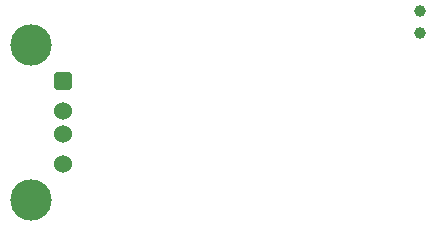
<source format=gbr>
%TF.GenerationSoftware,KiCad,Pcbnew,9.0.4*%
%TF.CreationDate,2025-10-12T20:17:52-04:00*%
%TF.ProjectId,Camera_PCB,43616d65-7261-45f5-9043-422e6b696361,rev?*%
%TF.SameCoordinates,Original*%
%TF.FileFunction,Soldermask,Bot*%
%TF.FilePolarity,Negative*%
%FSLAX46Y46*%
G04 Gerber Fmt 4.6, Leading zero omitted, Abs format (unit mm)*
G04 Created by KiCad (PCBNEW 9.0.4) date 2025-10-12 20:17:52*
%MOMM*%
%LPD*%
G01*
G04 APERTURE LIST*
G04 Aperture macros list*
%AMRoundRect*
0 Rectangle with rounded corners*
0 $1 Rounding radius*
0 $2 $3 $4 $5 $6 $7 $8 $9 X,Y pos of 4 corners*
0 Add a 4 corners polygon primitive as box body*
4,1,4,$2,$3,$4,$5,$6,$7,$8,$9,$2,$3,0*
0 Add four circle primitives for the rounded corners*
1,1,$1+$1,$2,$3*
1,1,$1+$1,$4,$5*
1,1,$1+$1,$6,$7*
1,1,$1+$1,$8,$9*
0 Add four rect primitives between the rounded corners*
20,1,$1+$1,$2,$3,$4,$5,0*
20,1,$1+$1,$4,$5,$6,$7,0*
20,1,$1+$1,$6,$7,$8,$9,0*
20,1,$1+$1,$8,$9,$2,$3,0*%
G04 Aperture macros list end*
%ADD10RoundRect,0.250000X-0.512000X0.512000X-0.512000X-0.512000X0.512000X-0.512000X0.512000X0.512000X0*%
%ADD11C,1.524000*%
%ADD12C,3.500000*%
%ADD13C,1.000000*%
G04 APERTURE END LIST*
D10*
%TO.C,J2*%
X132710000Y-93570000D03*
D11*
X132710000Y-96070000D03*
X132710000Y-98070000D03*
X132710000Y-100570000D03*
D12*
X130000000Y-90500000D03*
X130000000Y-103640000D03*
%TD*%
D13*
%TO.C,Y2*%
X162960000Y-89520000D03*
X162960000Y-87620000D03*
%TD*%
M02*

</source>
